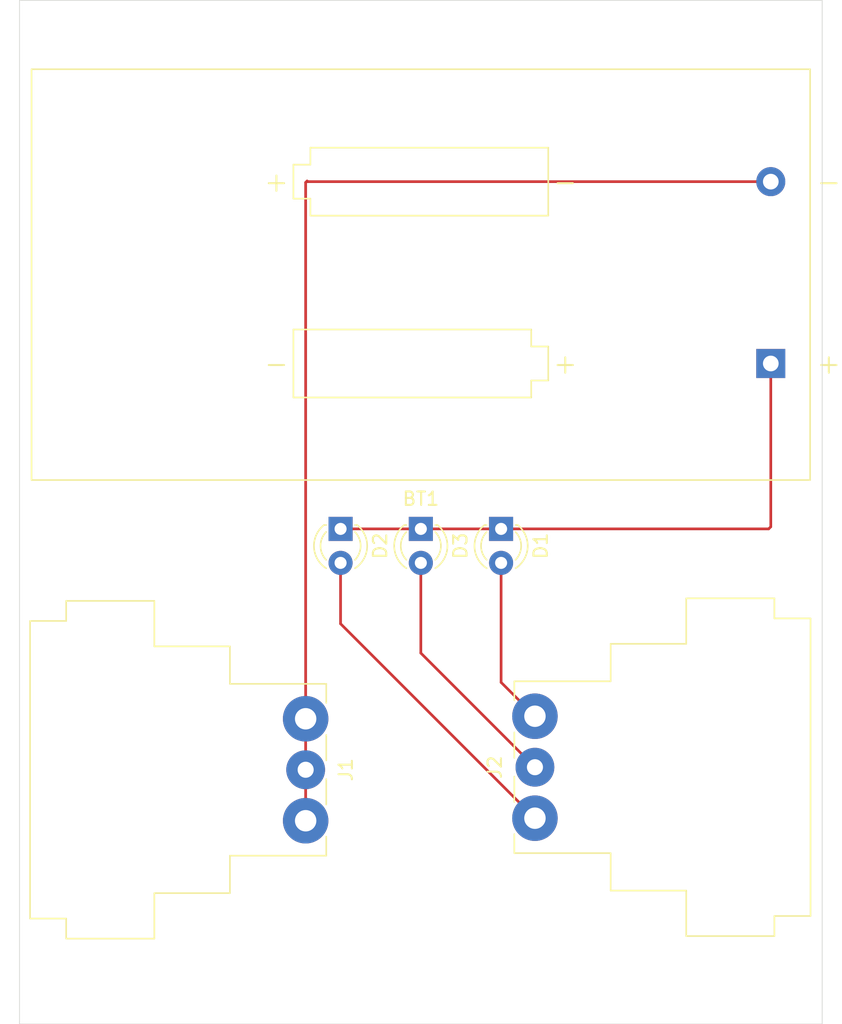
<source format=kicad_pcb>
(kicad_pcb (version 20240108) (generator "pcbnew") (generator_version "8.0")
  (layers (0 "F.Cu" signal) (31 "B.Cu" signal) (34 "B.Paste" user) (35 "F.Paste" user) (36 "B.SilkS" user "B.Silkscreen") (37 "F.SilkS" user "F.Silkscreen") (38 "B.Mask" user) (39 "F.Mask" user) (44 "Edge.Cuts" user))
  (net 0 "")
  (net 1 "Net-(BT1--)")
  (net 2 "Net-(BT1-+)")
  (net 3 "Net-(D1-A)")
  (net 4 "Net-(D2-A)")
  (net 5 "Net-(D3-A)")
  (footprint "LED_THT:LED_D3.0mm_FlatTop" (layer "F.Cu") (at 183 69 -90)
    (property "Reference" "D2" (at 1.27 -2.96 90) (layer "F.SilkS"))
    (property "Value" "LED")
    (fp_line (start -0.29 1.08) (end -0.29 1.236) (stroke (width 0.12)) (layer "F.SilkS"))
    (fp_line (start -0.29 -1.236) (end -0.29 -1.08) (stroke (width 0.12)) (layer "F.SilkS"))
    (fp_arc (start 2.31113 1.079837) (mid 1.270117 1.5) (end 0.229039 1.08) (stroke (width 0.12)) (layer "F.SilkS"))
    (fp_arc (start 2.942335 1.078608) (mid 1.366487 1.987659) (end -0.29 1.235516) (stroke (width 0.12)) (layer "F.SilkS"))
    (fp_arc (start 0.229039 -1.08) (mid 1.270117 -1.5) (end 2.31113 -1.079837) (stroke (width 0.12)) (layer "F.SilkS"))
    (fp_arc (start -0.29 -1.235516) (mid 1.366487 -1.987659) (end 2.942335 -1.078608) (stroke (width 0.12)) (layer "F.SilkS"))
    (pad "1" thru_hole rect (at 0 0 270) (size 1.8 1.8) (drill 0.9) (layers "*.Cu" "*.Mask") (net 2 "Net-(BT1-+)"))
    (pad "2" thru_hole circle (at 2.54 0 270) (size 1.8 1.8) (drill 0.9) (layers "*.Cu" "*.Mask") (net 4 "Net-(D2-A)"))
  )
  (footprint "Connector_Audio:Jack_XLR_Neutrik_NC3MBH-1_Horizontal" (layer "F.Cu") (at 180.39 83.19 -90)
    (property "Reference" "J1" (at 3.81 -3 90) (layer "F.SilkS"))
    (property "Value" "XLR3")
    (fp_line (start 14.93 20.6) (end -7.31 20.6) (stroke (width 0.12)) (layer "F.SilkS"))
    (fp_line (start -8.81 17.9) (end -8.81 11.31) (stroke (width 0.12)) (layer "F.SilkS"))
    (fp_line (start -7.31 17.9) (end -7.31 20.6) (stroke (width 0.12)) (layer "F.SilkS"))
    (fp_line (start -7.31 17.9) (end -8.81 17.9) (stroke (width 0.12)) (layer "F.SilkS"))
    (fp_line (start 14.93 17.9) (end 14.93 20.6) (stroke (width 0.12)) (layer "F.SilkS"))
    (fp_line (start 16.43 17.9) (end 14.93 17.9) (stroke (width 0.12)) (layer "F.SilkS"))
    (fp_line (start 16.43 17.9) (end 16.43 11.31) (stroke (width 0.12)) (layer "F.SilkS"))
    (fp_line (start -8.81 11.31) (end -5.41 11.31) (stroke (width 0.12)) (layer "F.SilkS"))
    (fp_line (start -5.41 11.31) (end -5.41 5.66) (stroke (width 0.12)) (layer "F.SilkS"))
    (fp_line (start 13.03 11.31) (end 16.43 11.31) (stroke (width 0.12)) (layer "F.SilkS"))
    (fp_line (start 13.03 11.31) (end 13.03 5.66) (stroke (width 0.12)) (layer "F.SilkS"))
    (fp_line (start -2.61 5.66) (end -5.41 5.66) (stroke (width 0.12)) (layer "F.SilkS"))
    (fp_line (start -2.61 5.66) (end -2.61 -1.54) (stroke (width 0.12)) (layer "F.SilkS"))
    (fp_line (start 10.23 5.66) (end 13.03 5.66) (stroke (width 0.12)) (layer "F.SilkS"))
    (fp_line (start 10.23 5.66) (end 10.23 -1.54) (stroke (width 0.12)) (layer "F.SilkS"))
    (fp_line (start -1.19 -1.54) (end -2.61 -1.54) (stroke (width 0.12)) (layer "F.SilkS"))
    (fp_line (start 3.11 -1.54) (end 1.21 -1.54) (stroke (width 0.12)) (layer "F.SilkS"))
    (fp_line (start 4.51 -1.54) (end 6.41 -1.54) (stroke (width 0.12)) (layer "F.SilkS"))
    (fp_line (start 10.23 -1.54) (end 8.81 -1.54) (stroke (width 0.12)) (layer "F.SilkS"))
    (pad "" np_thru_hole circle (at 0 8.89 270) (size 1.6 1.6) (drill 1.6) (layers "*.Cu" "*.Mask"))
    (pad "" np_thru_hole circle (at 7.62 13.97 270) (size 1.6 1.6) (drill 1.6) (layers "*.Cu" "*.Mask"))
    (pad "1" thru_hole circle (at 0 0 270) (size 3.4 3.4) (drill 1.6) (layers "*.Cu" "*.Mask") (net 1 "Net-(BT1--)"))
    (pad "2" thru_hole circle (at 7.62 0 270) (size 3.4 3.4) (drill 1.6) (layers "*.Cu" "*.Mask") (net 1 "Net-(BT1--)"))
    (pad "3" thru_hole circle (at 3.81 0 270) (size 2.9 2.9) (drill 1.2) (layers "*.Cu" "*.Mask") (net 1 "Net-(BT1--)"))
  )
  (footprint "Battery:BatteryHolder_MPD_BC2AAPC_2xAA" (layer "F.Cu") (at 215.16 56.64 180)
    (property "Reference" "BT1" (at 26.16 -10.11 360) (layer "F.SilkS"))
    (property "Value" "Battery")
    (fp_line (start 55.26 21.99) (end 55.26 -8.71) (stroke (width 0.12)) (layer "F.SilkS"))
    (fp_line (start 55.26 -8.71) (end -2.94 -8.71) (stroke (width 0.12)) (layer "F.SilkS"))
    (fp_line (start 35.685 14.86) (end 35.685 12.32) (stroke (width 0.12)) (layer "F.SilkS"))
    (fp_line (start 35.685 12.32) (end 34.415 12.32) (stroke (width 0.12)) (layer "F.SilkS"))
    (fp_line (start 35.685 2.54) (end 17.905 2.54) (stroke (width 0.12)) (layer "F.SilkS"))
    (fp_line (start 35.685 -2.54) (end 35.685 2.54) (stroke (width 0.12)) (layer "F.SilkS"))
    (fp_line (start 34.415 16.13) (end 34.415 14.86) (stroke (width 0.12)) (layer "F.SilkS"))
    (fp_line (start 34.415 14.86) (end 35.685 14.86) (stroke (width 0.12)) (layer "F.SilkS"))
    (fp_line (start 34.415 12.32) (end 34.415 11.05) (stroke (width 0.12)) (layer "F.SilkS"))
    (fp_line (start 34.415 11.05) (end 16.635 11.05) (stroke (width 0.12)) (layer "F.SilkS"))
    (fp_line (start 17.905 2.54) (end 17.905 1.27) (stroke (width 0.12)) (layer "F.SilkS"))
    (fp_line (start 17.905 1.27) (end 16.635 1.27) (stroke (width 0.12)) (layer "F.SilkS"))
    (fp_line (start 17.905 -1.27) (end 17.905 -2.54) (stroke (width 0.12)) (layer "F.SilkS"))
    (fp_line (start 17.905 -2.54) (end 35.685 -2.54) (stroke (width 0.12)) (layer "F.SilkS"))
    (fp_line (start 16.635 16.13) (end 34.415 16.13) (stroke (width 0.12)) (layer "F.SilkS"))
    (fp_line (start 16.635 11.05) (end 16.635 16.13) (stroke (width 0.12)) (layer "F.SilkS"))
    (fp_line (start 16.635 1.27) (end 16.635 -1.27) (stroke (width 0.12)) (layer "F.SilkS"))
    (fp_line (start 16.635 -1.27) (end 17.905 -1.27) (stroke (width 0.12)) (layer "F.SilkS"))
    (fp_line (start -2.94 21.99) (end 55.26 21.99) (stroke (width 0.12)) (layer "F.SilkS"))
    (fp_line (start -2.94 -8.71) (end -2.94 21.99) (stroke (width 0.12)) (layer "F.SilkS"))
    (fp_text user "+" (at 36.955 13.59 360) (layer "F.SilkS") (effects (font (size 1.5 1.5))))
    (fp_text user "-" (at 15.365 13.59 360) (layer "F.SilkS") (effects (font (size 1.5 1.5))))
    (fp_text user "-" (at 36.955 0 360) (layer "F.SilkS") (effects (font (size 1.5 1.5))))
    (fp_text user "+" (at -4.34 0 360) (layer "F.SilkS") (effects (font (size 1.5 1.5))))
    (fp_text user "-" (at -4.34 13.59 360) (layer "F.SilkS") (effects (font (size 1.5 1.5))))
    (fp_text user "+" (at 15.365 0 360) (layer "F.SilkS") (effects (font (size 1.5 1.5))))
    (pad "" np_thru_hole circle (at 26.16 6.63 180) (size 3.65 3.65) (drill 3.65) (layers "*.Cu" "*.Mask"))
    (pad "1" thru_hole rect (at 0 0 180) (size 2.17 2.17) (drill 1.17) (layers "*.Cu" "*.Mask") (net 2 "Net-(BT1-+)"))
    (pad "2" thru_hole circle (at 0 13.59 180) (size 2.17 2.17) (drill 1.17) (layers "*.Cu" "*.Mask") (net 1 "Net-(BT1--)"))
  )
  (footprint "Connector_Audio:Jack_XLR_Neutrik_NC3MBH-1_Horizontal" (layer "F.Cu") (at 197.53 90.62 90)
    (property "Reference" "J2" (at 3.81 -3 90) (layer "F.SilkS"))
    (property "Value" "XLR3")
    (fp_line (start 10.23 -1.54) (end 8.81 -1.54) (stroke (width 0.12)) (layer "F.SilkS"))
    (fp_line (start 4.51 -1.54) (end 6.41 -1.54) (stroke (width 0.12)) (layer "F.SilkS"))
    (fp_line (start 3.11 -1.54) (end 1.21 -1.54) (stroke (width 0.12)) (layer "F.SilkS"))
    (fp_line (start -1.19 -1.54) (end -2.61 -1.54) (stroke (width 0.12)) (layer "F.SilkS"))
    (fp_line (start 10.23 5.66) (end 10.23 -1.54) (stroke (width 0.12)) (layer "F.SilkS"))
    (fp_line (start 10.23 5.66) (end 13.03 5.66) (stroke (width 0.12)) (layer "F.SilkS"))
    (fp_line (start -2.61 5.66) (end -2.61 -1.54) (stroke (width 0.12)) (layer "F.SilkS"))
    (fp_line (start -2.61 5.66) (end -5.41 5.66) (stroke (width 0.12)) (layer "F.SilkS"))
    (fp_line (start 13.03 11.31) (end 13.03 5.66) (stroke (width 0.12)) (layer "F.SilkS"))
    (fp_line (start 13.03 11.31) (end 16.43 11.31) (stroke (width 0.12)) (layer "F.SilkS"))
    (fp_line (start -5.41 11.31) (end -5.41 5.66) (stroke (width 0.12)) (layer "F.SilkS"))
    (fp_line (start -8.81 11.31) (end -5.41 11.31) (stroke (width 0.12)) (layer "F.SilkS"))
    (fp_line (start 16.43 17.9) (end 16.43 11.31) (stroke (width 0.12)) (layer "F.SilkS"))
    (fp_line (start 16.43 17.9) (end 14.93 17.9) (stroke (width 0.12)) (layer "F.SilkS"))
    (fp_line (start 14.93 17.9) (end 14.93 20.6) (stroke (width 0.12)) (layer "F.SilkS"))
    (fp_line (start -7.31 17.9) (end -8.81 17.9) (stroke (width 0.12)) (layer "F.SilkS"))
    (fp_line (start -7.31 17.9) (end -7.31 20.6) (stroke (width 0.12)) (layer "F.SilkS"))
    (fp_line (start -8.81 17.9) (end -8.81 11.31) (stroke (width 0.12)) (layer "F.SilkS"))
    (fp_line (start 14.93 20.6) (end -7.31 20.6) (stroke (width 0.12)) (layer "F.SilkS"))
    (pad "" np_thru_hole circle (at 0 8.89 90) (size 1.6 1.6) (drill 1.6) (layers "*.Cu" "*.Mask"))
    (pad "" np_thru_hole circle (at 7.62 13.97 90) (size 1.6 1.6) (drill 1.6) (layers "*.Cu" "*.Mask"))
    (pad "1" thru_hole circle (at 0 0 90) (size 3.4 3.4) (drill 1.6) (layers "*.Cu" "*.Mask") (net 4 "Net-(D2-A)"))
    (pad "2" thru_hole circle (at 7.62 0 90) (size 3.4 3.4) (drill 1.6) (layers "*.Cu" "*.Mask") (net 3 "Net-(D1-A)"))
    (pad "3" thru_hole circle (at 3.81 0 90) (size 2.9 2.9) (drill 1.2) (layers "*.Cu" "*.Mask") (net 5 "Net-(D3-A)"))
  )
  (footprint "LED_THT:LED_D3.0mm_FlatTop" (layer "F.Cu") (at 189 69 -90)
    (property "Reference" "D3" (at 1.27 -2.96 90) (layer "F.SilkS"))
    (property "Value" "LED")
    (fp_line (start -0.29 1.08) (end -0.29 1.236) (stroke (width 0.12)) (layer "F.SilkS"))
    (fp_line (start -0.29 -1.236) (end -0.29 -1.08) (stroke (width 0.12)) (layer "F.SilkS"))
    (fp_arc (start 2.31113 1.079837) (mid 1.270117 1.5) (end 0.229039 1.08) (stroke (width 0.12)) (layer "F.SilkS"))
    (fp_arc (start 2.942335 1.078608) (mid 1.366487 1.987659) (end -0.29 1.235516) (stroke (width 0.12)) (layer "F.SilkS"))
    (fp_arc (start 0.229039 -1.08) (mid 1.270117 -1.5) (end 2.31113 -1.079837) (stroke (width 0.12)) (layer "F.SilkS"))
    (fp_arc (start -0.29 -1.235516) (mid 1.366487 -1.987659) (end 2.942335 -1.078608) (stroke (width 0.12)) (layer "F.SilkS"))
    (pad "1" thru_hole rect (at 0 0 270) (size 1.8 1.8) (drill 0.9) (layers "*.Cu" "*.Mask") (net 2 "Net-(BT1-+)"))
    (pad "2" thru_hole circle (at 2.54 0 270) (size 1.8 1.8) (drill 0.9) (layers "*.Cu" "*.Mask") (net 5 "Net-(D3-A)"))
  )
  (footprint "LED_THT:LED_D3.0mm_FlatTop" (layer "F.Cu") (at 195 69 -90)
    (property "Reference" "D1" (at 1.27 -2.96 90) (layer "F.SilkS"))
    (property "Value" "LED")
    (fp_line (start -0.29 1.08) (end -0.29 1.236) (stroke (width 0.12)) (layer "F.SilkS"))
    (fp_line (start -0.29 -1.236) (end -0.29 -1.08) (stroke (width 0.12)) (layer "F.SilkS"))
    (fp_arc (start 2.31113 1.079837) (mid 1.270117 1.5) (end 0.229039 1.08) (stroke (width 0.12)) (layer "F.SilkS"))
    (fp_arc (start 2.942335 1.078608) (mid 1.366487 1.987659) (end -0.29 1.235516) (stroke (width 0.12)) (layer "F.SilkS"))
    (fp_arc (start 0.229039 -1.08) (mid 1.270117 -1.5) (end 2.31113 -1.079837) (stroke (width 0.12)) (layer "F.SilkS"))
    (fp_arc (start -0.29 -1.235516) (mid 1.366487 -1.987659) (end 2.942335 -1.078608) (stroke (width 0.12)) (layer "F.SilkS"))
    (pad "1" thru_hole rect (at 0 0 270) (size 1.8 1.8) (drill 0.9) (layers "*.Cu" "*.Mask") (net 2 "Net-(BT1-+)"))
    (pad "2" thru_hole circle (at 2.54 0 270) (size 1.8 1.8) (drill 0.9) (layers "*.Cu" "*.Mask") (net 3 "Net-(D1-A)"))
  )
  (gr_rect (start 159 29.5) (end 219 106) (stroke (width 0.05)) (fill none) (layer "Edge.Cuts"))
  (segment (start 180.39 83.19) (end 180.39 87) (width 0.2) (layer "F.Cu") (net 1))
  (segment (start 180.39 43.11) (end 180.39 83.19) (width 0.2) (layer "F.Cu") (net 1))
  (segment (start 180.55 43.05) (end 180.5 43) (width 0.2) (layer "F.Cu") (net 1))
  (segment (start 180.5 43) (end 180.39 43.11) (width 0.2) (layer "F.Cu") (net 1))
  (segment (start 215.16 43.05) (end 180.55 43.05) (width 0.2) (layer "F.Cu") (net 1))
  (segment (start 180.39 87) (end 180.39 90.81) (width 0.2) (layer "F.Cu") (net 1))
  (segment (start 189.024059 68.987094) (end 188.97594 68.938975) (width 0.2) (layer "F.Cu") (net 2))
  (segment (start 215.16 68.84) (end 215 69) (width 0.2) (layer "F.Cu") (net 2))
  (segment (start 188.993547 69) (end 189.006453 68.987094) (width 0.2) (layer "F.Cu") (net 2))
  (segment (start 215.16 56.64) (end 215.16 68.84) (width 0.2) (layer "F.Cu") (net 2))
  (segment (start 195 69) (end 189 69) (width 0.2) (layer "F.Cu") (net 2))
  (segment (start 215 69) (end 195 69) (width 0.2) (layer "F.Cu") (net 2))
  (segment (start 189 69) (end 183 69) (width 0.2) (layer "F.Cu") (net 2))
  (segment (start 195 80.47) (end 197.53 83) (width 0.2) (layer "F.Cu") (net 3))
  (segment (start 195 71.54) (end 195 80.47) (width 0.2) (layer "F.Cu") (net 3))
  (segment (start 183 71.54) (end 183 76.09) (width 0.2) (layer "F.Cu") (net 4))
  (segment (start 183 76.09) (end 197.53 90.62) (width 0.2) (layer "F.Cu") (net 4))
  (segment (start 189 78.28) (end 197.53 86.81) (width 0.2) (layer "F.Cu") (net 5))
  (segment (start 189 71.54) (end 189 78.28) (width 0.2) (layer "F.Cu") (net 5))
)
</source>
